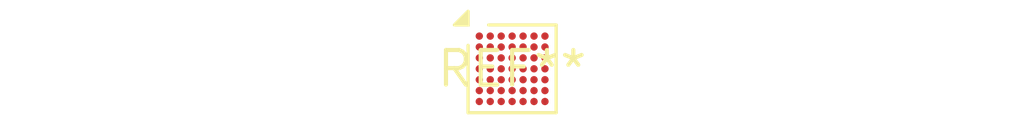
<source format=kicad_pcb>
(kicad_pcb (version 20240108) (generator pcbnew)
  (layers (0 "F.Cu" signal) (31 "B.Cu" signal) (34 "B.Paste" user) (35 "F.Paste" user) (36 "B.SilkS" user "B.Silkscreen") (37 "F.SilkS" user "F.Silkscreen") (38 "B.Mask" user) (39 "F.Mask" user) (44 "Edge.Cuts" user))
  (net 0 "")
  (footprint "UCBGA-49_3x3mm_Layout7x7_P0.4mm" (layer "F.Cu") (at 0 0)
    (property "Reference" "REF**")
    (property "Value" "UCBGA-49_3x3mm_Layout7x7_P0.4mm")
    (fp_line (start -1.61 1.61) (end -1.61 -0.86) (layer "F.SilkS") (stroke (width 0.12)))
    (fp_line (start -0.86 -1.61) (end 1.61 -1.61) (layer "F.SilkS") (stroke (width 0.12)))
    (fp_line (start 1.61 -1.61) (end 1.61 1.61) (layer "F.SilkS") (stroke (width 0.12)))
    (fp_line (start 1.61 1.61) (end -1.61 1.61) (layer "F.SilkS") (stroke (width 0.12)))
    (fp_poly (pts (xy -1.61 -1.61) (xy -2.11 -1.61) (xy -1.61 -2.11) (xy -1.61 -1.61)) (layer "F.SilkS") (stroke (width 0.12)) (fill solid))
    (pad "A1" smd circle (at -1.2 -1.2) (size 0.27 0.27) (property pad_prop_bga) (layers "F.Cu" "F.Paste" "F.Mask"))
    (pad "A2" smd circle (at -0.8 -1.2) (size 0.27 0.27) (property pad_prop_bga) (layers "F.Cu" "F.Paste" "F.Mask"))
    (pad "A3" smd circle (at -0.4 -1.2) (size 0.27 0.27) (property pad_prop_bga) (layers "F.Cu" "F.Paste" "F.Mask"))
    (pad "A4" smd circle (at 0 -1.2) (size 0.27 0.27) (property pad_prop_bga) (layers "F.Cu" "F.Paste" "F.Mask"))
    (pad "A5" smd circle (at 0.4 -1.2) (size 0.27 0.27) (property pad_prop_bga) (layers "F.Cu" "F.Paste" "F.Mask"))
    (pad "A6" smd circle (at 0.8 -1.2) (size 0.27 0.27) (property pad_prop_bga) (layers "F.Cu" "F.Paste" "F.Mask"))
    (pad "A7" smd circle (at 1.2 -1.2) (size 0.27 0.27) (property pad_prop_bga) (layers "F.Cu" "F.Paste" "F.Mask"))
    (pad "B1" smd circle (at -1.2 -0.8) (size 0.27 0.27) (property pad_prop_bga) (layers "F.Cu" "F.Paste" "F.Mask"))
    (pad "B2" smd circle (at -0.8 -0.8) (size 0.27 0.27) (property pad_prop_bga) (layers "F.Cu" "F.Paste" "F.Mask"))
    (pad "B3" smd circle (at -0.4 -0.8) (size 0.27 0.27) (property pad_prop_bga) (layers "F.Cu" "F.Paste" "F.Mask"))
    (pad "B4" smd circle (at 0 -0.8) (size 0.27 0.27) (property pad_prop_bga) (layers "F.Cu" "F.Paste" "F.Mask"))
    (pad "B5" smd circle (at 0.4 -0.8) (size 0.27 0.27) (property pad_prop_bga) (layers "F.Cu" "F.Paste" "F.Mask"))
    (pad "B6" smd circle (at 0.8 -0.8) (size 0.27 0.27) (property pad_prop_bga) (layers "F.Cu" "F.Paste" "F.Mask"))
    (pad "B7" smd circle (at 1.2 -0.8) (size 0.27 0.27) (property pad_prop_bga) (layers "F.Cu" "F.Paste" "F.Mask"))
    (pad "C1" smd circle (at -1.2 -0.4) (size 0.27 0.27) (property pad_prop_bga) (layers "F.Cu" "F.Paste" "F.Mask"))
    (pad "C2" smd circle (at -0.8 -0.4) (size 0.27 0.27) (property pad_prop_bga) (layers "F.Cu" "F.Paste" "F.Mask"))
    (pad "C3" smd circle (at -0.4 -0.4) (size 0.27 0.27) (property pad_prop_bga) (layers "F.Cu" "F.Paste" "F.Mask"))
    (pad "C4" smd circle (at 0 -0.4) (size 0.27 0.27) (property pad_prop_bga) (layers "F.Cu" "F.Paste" "F.Mask"))
    (pad "C5" smd circle (at 0.4 -0.4) (size 0.27 0.27) (property pad_prop_bga) (layers "F.Cu" "F.Paste" "F.Mask"))
    (pad "C6" smd circle (at 0.8 -0.4) (size 0.27 0.27) (property pad_prop_bga) (layers "F.Cu" "F.Paste" "F.Mask"))
    (pad "C7" smd circle (at 1.2 -0.4) (size 0.27 0.27) (property pad_prop_bga) (layers "F.Cu" "F.Paste" "F.Mask"))
    (pad "D1" smd circle (at -1.2 0) (size 0.27 0.27) (property pad_prop_bga) (layers "F.Cu" "F.Paste" "F.Mask"))
    (pad "D2" smd circle (at -0.8 0) (size 0.27 0.27) (property pad_prop_bga) (layers "F.Cu" "F.Paste" "F.Mask"))
    (pad "D3" smd circle (at -0.4 0) (size 0.27 0.27) (property pad_prop_bga) (layers "F.Cu" "F.Paste" "F.Mask"))
    (pad "D4" smd circle (at 0 0) (size 0.27 0.27) (property pad_prop_bga) (layers "F.Cu" "F.Paste" "F.Mask"))
    (pad "D5" smd circle (at 0.4 0) (size 0.27 0.27) (property pad_prop_bga) (layers "F.Cu" "F.Paste" "F.Mask"))
    (pad "D6" smd circle (at 0.8 0) (size 0.27 0.27) (property pad_prop_bga) (layers "F.Cu" "F.Paste" "F.Mask"))
    (pad "D7" smd circle (at 1.2 0) (size 0.27 0.27) (property pad_prop_bga) (layers "F.Cu" "F.Paste" "F.Mask"))
    (pad "E1" smd circle (at -1.2 0.4) (size 0.27 0.27) (property pad_prop_bga) (layers "F.Cu" "F.Paste" "F.Mask"))
    (pad "E2" smd circle (at -0.8 0.4) (size 0.27 0.27) (property pad_prop_bga) (layers "F.Cu" "F.Paste" "F.Mask"))
    (pad "E3" smd circle (at -0.4 0.4) (size 0.27 0.27) (property pad_prop_bga) (layers "F.Cu" "F.Paste" "F.Mask"))
    (pad "E4" smd circle (at 0 0.4) (size 0.27 0.27) (property pad_prop_bga) (layers "F.Cu" "F.Paste" "F.Mask"))
    (pad "E5" smd circle (at 0.4 0.4) (size 0.27 0.27) (property pad_prop_bga) (layers "F.Cu" "F.Paste" "F.Mask"))
    (pad "E6" smd circle (at 0.8 0.4) (size 0.27 0.27) (property pad_prop_bga) (layers "F.Cu" "F.Paste" "F.Mask"))
    (pad "E7" smd circle (at 1.2 0.4) (size 0.27 0.27) (property pad_prop_bga) (layers "F.Cu" "F.Paste" "F.Mask"))
    (pad "F1" smd circle (at -1.2 0.8) (size 0.27 0.27) (property pad_prop_bga) (layers "F.Cu" "F.Paste" "F.Mask"))
    (pad "F2" smd circle (at -0.8 0.8) (size 0.27 0.27) (property pad_prop_bga) (layers "F.Cu" "F.Paste" "F.Mask"))
    (pad "F3" smd circle (at -0.4 0.8) (size 0.27 0.27) (property pad_prop_bga) (layers "F.Cu" "F.Paste" "F.Mask"))
    (pad "F4" smd circle (at 0 0.8) (size 0.27 0.27) (property pad_prop_bga) (layers "F.Cu" "F.Paste" "F.Mask"))
    (pad "F5" smd circle (at 0.4 0.8) (size 0.27 0.27) (property pad_prop_bga) (layers "F.Cu" "F.Paste" "F.Mask"))
    (pad "F6" smd circle (at 0.8 0.8) (size 0.27 0.27) (property pad_prop_bga) (layers "F.Cu" "F.Paste" "F.Mask"))
    (pad "F7" smd circle (at 1.2 0.8) (size 0.27 0.27) (property pad_prop_bga) (layers "F.Cu" "F.Paste" "F.Mask"))
    (pad "G1" smd circle (at -1.2 1.2) (size 0.27 0.27) (property pad_prop_bga) (layers "F.Cu" "F.Paste" "F.Mask"))
    (pad "G2" smd circle (at -0.8 1.2) (size 0.27 0.27) (property pad_prop_bga) (layers "F.Cu" "F.Paste" "F.Mask"))
    (pad "G3" smd circle (at -0.4 1.2) (size 0.27 0.27) (property pad_prop_bga) (layers "F.Cu" "F.Paste" "F.Mask"))
    (pad "G4" smd circle (at 0 1.2) (size 0.27 0.27) (property pad_prop_bga) (layers "F.Cu" "F.Paste" "F.Mask"))
    (pad "G5" smd circle (at 0.4 1.2) (size 0.27 0.27) (property pad_prop_bga) (layers "F.Cu" "F.Paste" "F.Mask"))
    (pad "G6" smd circle (at 0.8 1.2) (size 0.27 0.27) (property pad_prop_bga) (layers "F.Cu" "F.Paste" "F.Mask"))
    (pad "G7" smd circle (at 1.2 1.2) (size 0.27 0.27) (property pad_prop_bga) (layers "F.Cu" "F.Paste" "F.Mask"))
  )
)
</source>
